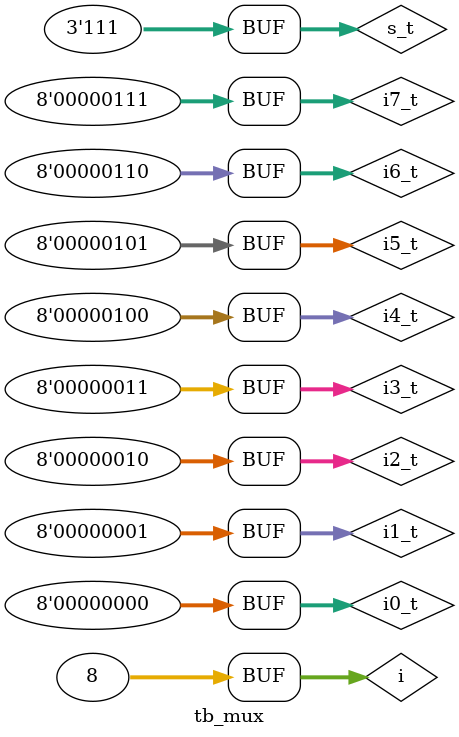
<source format=v>
`timescale 1ns / 1ps


module tb_mux();

reg [2:0] s_t;
 reg [7:0] i0_t;
 reg [7:0] i1_t;
 reg [7:0] i2_t;
 reg [7:0] i3_t;
 reg [7:0] i4_t;
 reg [7:0] i5_t;
 reg [7:0] i6_t;
 reg [7:0] i7_t;

 wire [7:0] y_t;

 integer i;

mux m0 (
  .y(y_t), 
  .s(s_t), 
  .i0(i0_t), 
  .i1(i1_t), 
  .i2(i2_t), 
  .i3(i3_t), 
  .i4(i4_t), 
  .i5(i5_t), 
  .i6(i6_t), 
  .i7(i7_t)
 );


 initial begin
 $dumpfile("testbench.vcd"); $dumpvars; 
 


  s_t = 0;
  i0_t = 0;
  i1_t = 0;
  i2_t = 0;
  i3_t = 0;
  i4_t = 0;
  i5_t = 0;
  i6_t = 0;
  i7_t = 0;

  #100

  s_t = 8'd0;
  i0_t = 8'd0;
  i1_t = 8'd1;
  i2_t = 8'd2;
  i3_t = 8'd3;
  i4_t = 8'd4;
  i5_t = 8'd5;
  i6_t = 8'd6;
  i7_t = 8'd7;

  for (i = 0; i < 8; i = i + 1'b1)
  begin
   s_t=i;
   #20;
  end

 end
endmodule

</source>
